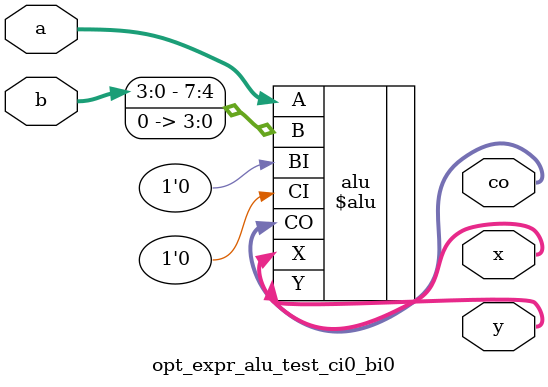
<source format=v>
module opt_expr_alu_test_ci0_bi0(input [7:0] a, input [3:0] b, output [8:0] x, y, co);
    \$alu #(.A_SIGNED(0), .B_SIGNED(0), .A_WIDTH(8), .B_WIDTH(8), .Y_WIDTH(9)) alu (.A(a), .B({b, 4'b0000}), .CI(1'b0), .BI(1'b0), .X(x), .Y(y), .CO(co));
endmodule

</source>
